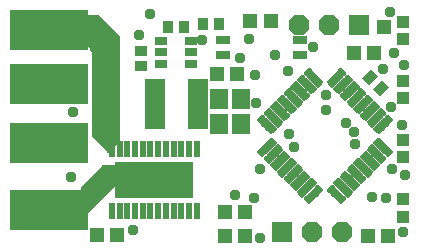
<source format=gbr>
G04 EAGLE Gerber RS-274X export*
G75*
%MOMM*%
%FSLAX34Y34*%
%LPD*%
%INSoldermask Top*%
%IPPOS*%
%AMOC8*
5,1,8,0,0,1.08239X$1,22.5*%
G01*
%ADD10R,1.203200X0.703200*%
%ADD11C,0.338938*%
%ADD12R,1.701800X4.191000*%
%ADD13R,0.508000X1.458100*%
%ADD14R,6.705600X3.073400*%
%ADD15R,1.099300X0.720400*%
%ADD16R,1.727200X1.727200*%
%ADD17P,1.869504X8X22.500000*%
%ADD18R,1.203200X1.303200*%
%ADD19R,1.003200X1.003200*%
%ADD20R,1.103200X0.903200*%
%ADD21R,0.903200X1.103200*%
%ADD22P,1.869504X8X202.500000*%
%ADD23R,6.654800X3.454400*%
%ADD24R,1.303200X1.203200*%
%ADD25R,1.203200X1.203200*%
%ADD26R,1.503200X1.703200*%
%ADD27C,0.959600*%

G36*
X100110Y86255D02*
X100110Y86255D01*
X100181Y86261D01*
X100229Y86281D01*
X100280Y86292D01*
X100341Y86329D01*
X100407Y86357D01*
X100463Y86402D01*
X100491Y86418D01*
X100506Y86436D01*
X100538Y86462D01*
X110538Y96462D01*
X110591Y96536D01*
X110651Y96605D01*
X110663Y96635D01*
X110682Y96661D01*
X110709Y96748D01*
X110743Y96833D01*
X110747Y96874D01*
X110754Y96897D01*
X110753Y96929D01*
X110761Y97000D01*
X110761Y185000D01*
X110747Y185090D01*
X110739Y185181D01*
X110727Y185211D01*
X110722Y185243D01*
X110679Y185323D01*
X110643Y185407D01*
X110617Y185439D01*
X110606Y185460D01*
X110583Y185482D01*
X110538Y185538D01*
X93538Y202538D01*
X93464Y202591D01*
X93395Y202651D01*
X93365Y202663D01*
X93339Y202682D01*
X93252Y202709D01*
X93167Y202743D01*
X93126Y202747D01*
X93103Y202754D01*
X93071Y202753D01*
X93000Y202761D01*
X84000Y202761D01*
X83980Y202758D01*
X83961Y202760D01*
X83859Y202738D01*
X83757Y202722D01*
X83740Y202712D01*
X83720Y202708D01*
X83631Y202655D01*
X83540Y202606D01*
X83526Y202592D01*
X83509Y202582D01*
X83442Y202503D01*
X83371Y202428D01*
X83362Y202410D01*
X83349Y202395D01*
X83310Y202299D01*
X83267Y202205D01*
X83265Y202185D01*
X83257Y202167D01*
X83239Y202000D01*
X83239Y179315D01*
X82462Y178538D01*
X82450Y178522D01*
X82435Y178510D01*
X82378Y178422D01*
X82318Y178339D01*
X82312Y178320D01*
X82302Y178303D01*
X82276Y178202D01*
X82246Y178103D01*
X82246Y178084D01*
X82241Y178064D01*
X82250Y177961D01*
X82252Y177858D01*
X82259Y177839D01*
X82261Y177819D01*
X82301Y177724D01*
X82337Y177627D01*
X82349Y177611D01*
X82357Y177593D01*
X82462Y177462D01*
X85239Y174685D01*
X85239Y174000D01*
X85254Y173910D01*
X85261Y173819D01*
X85273Y173789D01*
X85279Y173757D01*
X85321Y173677D01*
X85357Y173593D01*
X85383Y173561D01*
X85394Y173540D01*
X85417Y173518D01*
X85462Y173462D01*
X87239Y171685D01*
X87239Y100000D01*
X87254Y99910D01*
X87261Y99819D01*
X87273Y99789D01*
X87279Y99757D01*
X87321Y99677D01*
X87357Y99593D01*
X87383Y99561D01*
X87394Y99540D01*
X87417Y99518D01*
X87462Y99462D01*
X99239Y87685D01*
X99239Y87000D01*
X99250Y86929D01*
X99252Y86858D01*
X99270Y86809D01*
X99279Y86757D01*
X99312Y86694D01*
X99337Y86627D01*
X99369Y86586D01*
X99394Y86540D01*
X99445Y86491D01*
X99490Y86435D01*
X99534Y86406D01*
X99572Y86371D01*
X99637Y86340D01*
X99697Y86302D01*
X99748Y86289D01*
X99795Y86267D01*
X99866Y86259D01*
X99936Y86241D01*
X99988Y86246D01*
X100039Y86240D01*
X100110Y86255D01*
G37*
G36*
X81110Y33255D02*
X81110Y33255D01*
X81181Y33261D01*
X81229Y33281D01*
X81280Y33292D01*
X81341Y33329D01*
X81407Y33357D01*
X81463Y33402D01*
X81491Y33418D01*
X81506Y33436D01*
X81538Y33462D01*
X111538Y63462D01*
X111591Y63536D01*
X111651Y63605D01*
X111663Y63635D01*
X111682Y63661D01*
X111709Y63748D01*
X111743Y63833D01*
X111747Y63874D01*
X111754Y63897D01*
X111753Y63929D01*
X111761Y64000D01*
X111761Y74000D01*
X111747Y74090D01*
X111739Y74181D01*
X111727Y74211D01*
X111722Y74243D01*
X111679Y74323D01*
X111643Y74407D01*
X111617Y74439D01*
X111606Y74460D01*
X111583Y74482D01*
X111538Y74538D01*
X110538Y75538D01*
X110464Y75591D01*
X110395Y75651D01*
X110365Y75663D01*
X110339Y75682D01*
X110252Y75709D01*
X110167Y75743D01*
X110126Y75747D01*
X110103Y75754D01*
X110071Y75753D01*
X110000Y75761D01*
X96000Y75761D01*
X95910Y75747D01*
X95819Y75739D01*
X95789Y75727D01*
X95757Y75722D01*
X95677Y75679D01*
X95593Y75643D01*
X95561Y75617D01*
X95540Y75606D01*
X95518Y75583D01*
X95462Y75538D01*
X77462Y57538D01*
X77409Y57464D01*
X77349Y57395D01*
X77337Y57365D01*
X77318Y57339D01*
X77291Y57252D01*
X77257Y57167D01*
X77253Y57126D01*
X77246Y57103D01*
X77247Y57071D01*
X77239Y57000D01*
X77239Y55000D01*
X77254Y54910D01*
X77261Y54819D01*
X77273Y54789D01*
X77279Y54757D01*
X77321Y54677D01*
X77357Y54593D01*
X77383Y54561D01*
X77394Y54540D01*
X77417Y54518D01*
X77462Y54462D01*
X80239Y51685D01*
X80239Y34000D01*
X80250Y33929D01*
X80252Y33858D01*
X80270Y33809D01*
X80279Y33757D01*
X80312Y33694D01*
X80337Y33627D01*
X80369Y33586D01*
X80394Y33540D01*
X80445Y33491D01*
X80490Y33435D01*
X80534Y33406D01*
X80572Y33371D01*
X80637Y33340D01*
X80697Y33302D01*
X80748Y33289D01*
X80795Y33267D01*
X80866Y33259D01*
X80936Y33241D01*
X80988Y33246D01*
X81039Y33240D01*
X81110Y33255D01*
G37*
D10*
X263000Y168850D03*
X263000Y181550D03*
X198200Y181550D03*
X198200Y168850D03*
D11*
X241486Y94554D02*
X231132Y84200D01*
X228202Y87130D01*
X238556Y97484D01*
X241486Y94554D01*
X234352Y87420D02*
X228492Y87420D01*
X231712Y90640D02*
X237572Y90640D01*
X234932Y93860D02*
X240792Y93860D01*
X238960Y97080D02*
X238152Y97080D01*
X247143Y88897D02*
X236789Y78543D01*
X233859Y81473D01*
X244213Y91827D01*
X247143Y88897D01*
X240009Y81763D02*
X234149Y81763D01*
X237369Y84983D02*
X243229Y84983D01*
X240589Y88203D02*
X246449Y88203D01*
X244617Y91423D02*
X243809Y91423D01*
X252800Y83240D02*
X242446Y72886D01*
X239516Y75816D01*
X249870Y86170D01*
X252800Y83240D01*
X245666Y76106D02*
X239806Y76106D01*
X243026Y79326D02*
X248886Y79326D01*
X246246Y82546D02*
X252106Y82546D01*
X250274Y85766D02*
X249466Y85766D01*
X258457Y77583D02*
X248103Y67229D01*
X245173Y70159D01*
X255527Y80513D01*
X258457Y77583D01*
X251323Y70449D02*
X245463Y70449D01*
X248683Y73669D02*
X254543Y73669D01*
X251903Y76889D02*
X257763Y76889D01*
X255931Y80109D02*
X255123Y80109D01*
X264113Y71927D02*
X253759Y61573D01*
X250829Y64503D01*
X261183Y74857D01*
X264113Y71927D01*
X256979Y64793D02*
X251119Y64793D01*
X254339Y68013D02*
X260199Y68013D01*
X257559Y71233D02*
X263419Y71233D01*
X261587Y74453D02*
X260779Y74453D01*
X269770Y66270D02*
X259416Y55916D01*
X256486Y58846D01*
X266840Y69200D01*
X269770Y66270D01*
X262636Y59136D02*
X256776Y59136D01*
X259996Y62356D02*
X265856Y62356D01*
X263216Y65576D02*
X269076Y65576D01*
X267244Y68796D02*
X266436Y68796D01*
X275427Y60613D02*
X265073Y50259D01*
X262143Y53189D01*
X272497Y63543D01*
X275427Y60613D01*
X268293Y53479D02*
X262433Y53479D01*
X265653Y56699D02*
X271513Y56699D01*
X268873Y59919D02*
X274733Y59919D01*
X272901Y63139D02*
X272093Y63139D01*
X281084Y54956D02*
X270730Y44602D01*
X267800Y47532D01*
X278154Y57886D01*
X281084Y54956D01*
X273950Y47822D02*
X268090Y47822D01*
X271310Y51042D02*
X277170Y51042D01*
X274530Y54262D02*
X280390Y54262D01*
X278558Y57482D02*
X277750Y57482D01*
X329844Y103716D02*
X340198Y114070D01*
X329844Y103716D02*
X326914Y106646D01*
X337268Y117000D01*
X340198Y114070D01*
X333064Y106936D02*
X327204Y106936D01*
X330424Y110156D02*
X336284Y110156D01*
X333644Y113376D02*
X339504Y113376D01*
X337672Y116596D02*
X336864Y116596D01*
X334541Y119727D02*
X324187Y109373D01*
X321257Y112303D01*
X331611Y122657D01*
X334541Y119727D01*
X327407Y112593D02*
X321547Y112593D01*
X324767Y115813D02*
X330627Y115813D01*
X327987Y119033D02*
X333847Y119033D01*
X332015Y122253D02*
X331207Y122253D01*
X328884Y125384D02*
X318530Y115030D01*
X315600Y117960D01*
X325954Y128314D01*
X328884Y125384D01*
X321750Y118250D02*
X315890Y118250D01*
X319110Y121470D02*
X324970Y121470D01*
X322330Y124690D02*
X328190Y124690D01*
X326358Y127910D02*
X325550Y127910D01*
X323227Y131041D02*
X312873Y120687D01*
X309943Y123617D01*
X320297Y133971D01*
X323227Y131041D01*
X316093Y123907D02*
X310233Y123907D01*
X313453Y127127D02*
X319313Y127127D01*
X316673Y130347D02*
X322533Y130347D01*
X320701Y133567D02*
X319893Y133567D01*
X317571Y136697D02*
X307217Y126343D01*
X304287Y129273D01*
X314641Y139627D01*
X317571Y136697D01*
X310437Y129563D02*
X304577Y129563D01*
X307797Y132783D02*
X313657Y132783D01*
X311017Y136003D02*
X316877Y136003D01*
X315045Y139223D02*
X314237Y139223D01*
X311914Y142354D02*
X301560Y132000D01*
X298630Y134930D01*
X308984Y145284D01*
X311914Y142354D01*
X304780Y135220D02*
X298920Y135220D01*
X302140Y138440D02*
X308000Y138440D01*
X305360Y141660D02*
X311220Y141660D01*
X309388Y144880D02*
X308580Y144880D01*
X306257Y148011D02*
X295903Y137657D01*
X292973Y140587D01*
X303327Y150941D01*
X306257Y148011D01*
X299123Y140877D02*
X293263Y140877D01*
X296483Y144097D02*
X302343Y144097D01*
X299703Y147317D02*
X305563Y147317D01*
X303731Y150537D02*
X302923Y150537D01*
X300600Y153668D02*
X290246Y143314D01*
X287316Y146244D01*
X297670Y156598D01*
X300600Y153668D01*
X293466Y146534D02*
X287606Y146534D01*
X290826Y149754D02*
X296686Y149754D01*
X294046Y152974D02*
X299906Y152974D01*
X298074Y156194D02*
X297266Y156194D01*
X278154Y143314D02*
X267800Y153668D01*
X270730Y156598D01*
X281084Y146244D01*
X278154Y143314D01*
X280794Y146534D02*
X274934Y146534D01*
X277574Y149754D02*
X271714Y149754D01*
X274354Y152974D02*
X268494Y152974D01*
X270326Y156194D02*
X271134Y156194D01*
X262143Y148011D02*
X272497Y137657D01*
X262143Y148011D02*
X265073Y150941D01*
X275427Y140587D01*
X272497Y137657D01*
X275137Y140877D02*
X269277Y140877D01*
X271917Y144097D02*
X266057Y144097D01*
X268697Y147317D02*
X262837Y147317D01*
X264669Y150537D02*
X265477Y150537D01*
X256486Y142354D02*
X266840Y132000D01*
X256486Y142354D02*
X259416Y145284D01*
X269770Y134930D01*
X266840Y132000D01*
X269480Y135220D02*
X263620Y135220D01*
X266260Y138440D02*
X260400Y138440D01*
X263040Y141660D02*
X257180Y141660D01*
X259012Y144880D02*
X259820Y144880D01*
X250829Y136697D02*
X261183Y126343D01*
X250829Y136697D02*
X253759Y139627D01*
X264113Y129273D01*
X261183Y126343D01*
X263823Y129563D02*
X257963Y129563D01*
X260603Y132783D02*
X254743Y132783D01*
X257383Y136003D02*
X251523Y136003D01*
X253355Y139223D02*
X254163Y139223D01*
X245173Y131041D02*
X255527Y120687D01*
X245173Y131041D02*
X248103Y133971D01*
X258457Y123617D01*
X255527Y120687D01*
X258167Y123907D02*
X252307Y123907D01*
X254947Y127127D02*
X249087Y127127D01*
X251727Y130347D02*
X245867Y130347D01*
X247699Y133567D02*
X248507Y133567D01*
X239516Y125384D02*
X249870Y115030D01*
X239516Y125384D02*
X242446Y128314D01*
X252800Y117960D01*
X249870Y115030D01*
X252510Y118250D02*
X246650Y118250D01*
X249290Y121470D02*
X243430Y121470D01*
X246070Y124690D02*
X240210Y124690D01*
X242042Y127910D02*
X242850Y127910D01*
X233859Y119727D02*
X244213Y109373D01*
X233859Y119727D02*
X236789Y122657D01*
X247143Y112303D01*
X244213Y109373D01*
X246853Y112593D02*
X240993Y112593D01*
X243633Y115813D02*
X237773Y115813D01*
X240413Y119033D02*
X234553Y119033D01*
X236385Y122253D02*
X237193Y122253D01*
X228202Y114070D02*
X238556Y103716D01*
X228202Y114070D02*
X231132Y117000D01*
X241486Y106646D01*
X238556Y103716D01*
X241196Y106936D02*
X235336Y106936D01*
X237976Y110156D02*
X232116Y110156D01*
X234756Y113376D02*
X228896Y113376D01*
X230728Y116596D02*
X231536Y116596D01*
X287316Y54956D02*
X297670Y44602D01*
X287316Y54956D02*
X290246Y57886D01*
X300600Y47532D01*
X297670Y44602D01*
X300310Y47822D02*
X294450Y47822D01*
X297090Y51042D02*
X291230Y51042D01*
X293870Y54262D02*
X288010Y54262D01*
X289842Y57482D02*
X290650Y57482D01*
X292973Y60613D02*
X303327Y50259D01*
X292973Y60613D02*
X295903Y63543D01*
X306257Y53189D01*
X303327Y50259D01*
X305967Y53479D02*
X300107Y53479D01*
X302747Y56699D02*
X296887Y56699D01*
X299527Y59919D02*
X293667Y59919D01*
X295499Y63139D02*
X296307Y63139D01*
X298630Y66270D02*
X308984Y55916D01*
X298630Y66270D02*
X301560Y69200D01*
X311914Y58846D01*
X308984Y55916D01*
X311624Y59136D02*
X305764Y59136D01*
X308404Y62356D02*
X302544Y62356D01*
X305184Y65576D02*
X299324Y65576D01*
X301156Y68796D02*
X301964Y68796D01*
X304287Y71927D02*
X314641Y61573D01*
X304287Y71927D02*
X307217Y74857D01*
X317571Y64503D01*
X314641Y61573D01*
X317281Y64793D02*
X311421Y64793D01*
X314061Y68013D02*
X308201Y68013D01*
X310841Y71233D02*
X304981Y71233D01*
X306813Y74453D02*
X307621Y74453D01*
X309943Y77583D02*
X320297Y67229D01*
X309943Y77583D02*
X312873Y80513D01*
X323227Y70159D01*
X320297Y67229D01*
X322937Y70449D02*
X317077Y70449D01*
X319717Y73669D02*
X313857Y73669D01*
X316497Y76889D02*
X310637Y76889D01*
X312469Y80109D02*
X313277Y80109D01*
X315600Y83240D02*
X325954Y72886D01*
X315600Y83240D02*
X318530Y86170D01*
X328884Y75816D01*
X325954Y72886D01*
X328594Y76106D02*
X322734Y76106D01*
X325374Y79326D02*
X319514Y79326D01*
X322154Y82546D02*
X316294Y82546D01*
X318126Y85766D02*
X318934Y85766D01*
X321257Y88897D02*
X331611Y78543D01*
X321257Y88897D02*
X324187Y91827D01*
X334541Y81473D01*
X331611Y78543D01*
X334251Y81763D02*
X328391Y81763D01*
X331031Y84983D02*
X325171Y84983D01*
X327811Y88203D02*
X321951Y88203D01*
X323783Y91423D02*
X324591Y91423D01*
X326914Y94554D02*
X337268Y84200D01*
X326914Y94554D02*
X329844Y97484D01*
X340198Y87130D01*
X337268Y84200D01*
X339908Y87420D02*
X334048Y87420D01*
X336688Y90640D02*
X330828Y90640D01*
X333468Y93860D02*
X327608Y93860D01*
X329440Y97080D02*
X330248Y97080D01*
D12*
X176400Y127700D03*
X140400Y127700D03*
D13*
X103950Y37287D03*
X110450Y37287D03*
X116950Y37287D03*
X123450Y37287D03*
X129950Y37287D03*
X136450Y37287D03*
X142950Y37287D03*
X149450Y37287D03*
X155950Y37287D03*
X162450Y37287D03*
X168950Y37287D03*
X175450Y37287D03*
X175450Y89714D03*
X168950Y89714D03*
X162450Y89714D03*
X155950Y89714D03*
X149450Y89714D03*
X142950Y89714D03*
X136450Y89714D03*
X129950Y89714D03*
X123450Y89714D03*
X116950Y89714D03*
X110450Y89714D03*
X103950Y89714D03*
D14*
X139700Y63500D03*
D15*
X171090Y162000D03*
X171090Y171500D03*
X171090Y181000D03*
X145111Y181000D03*
X145111Y171500D03*
X145111Y162000D03*
D16*
X247700Y19400D03*
D17*
X273100Y19400D03*
X298500Y19400D03*
D18*
X209900Y153000D03*
X192900Y153000D03*
X320500Y16400D03*
X337500Y16400D03*
X221100Y197800D03*
X238100Y197800D03*
D19*
X350000Y197500D03*
X350000Y182500D03*
X350000Y147500D03*
X350000Y132500D03*
X350000Y97500D03*
X350000Y82500D03*
X350000Y47500D03*
X350000Y32500D03*
D20*
X128000Y173000D03*
X128000Y160000D03*
D18*
X325700Y171200D03*
X308700Y171200D03*
D21*
X181100Y195400D03*
X194100Y195400D03*
D18*
X199400Y15800D03*
X216400Y15800D03*
X199400Y36500D03*
X216400Y36500D03*
D16*
X312800Y194800D03*
D22*
X287400Y194800D03*
X262000Y194800D03*
D23*
X50800Y38100D03*
X50800Y94900D03*
X50800Y190500D03*
X50800Y144700D03*
D21*
X151500Y193000D03*
X164500Y193000D03*
D24*
X108000Y17000D03*
X91000Y17000D03*
D25*
X334000Y193000D03*
D26*
X194500Y132000D03*
X213500Y132000D03*
X194500Y111000D03*
X213500Y111000D03*
D21*
G36*
X321697Y143503D02*
X315311Y149889D01*
X323111Y157689D01*
X329497Y151303D01*
X321697Y143503D01*
G37*
G36*
X330889Y134311D02*
X324503Y140697D01*
X332303Y148497D01*
X338689Y142111D01*
X330889Y134311D01*
G37*
D27*
X253000Y156000D03*
X274000Y176000D03*
X71000Y121000D03*
X127000Y186000D03*
X122000Y21000D03*
X324000Y49000D03*
X333000Y157000D03*
X136000Y204000D03*
X285000Y135000D03*
X352000Y68000D03*
X349000Y110000D03*
X351000Y161000D03*
X339000Y206058D03*
X350000Y19000D03*
X69000Y66000D03*
X212000Y167000D03*
X180058Y182154D03*
X229000Y73000D03*
X220000Y183000D03*
X242000Y169000D03*
X254000Y102000D03*
X225000Y152000D03*
X285000Y123000D03*
X343000Y171000D03*
X302000Y112000D03*
X340000Y125000D03*
X309000Y104000D03*
X341000Y73000D03*
X310000Y94000D03*
X336000Y48000D03*
X258000Y91000D03*
X208000Y51000D03*
X224000Y48000D03*
X226000Y129000D03*
X229000Y14000D03*
M02*

</source>
